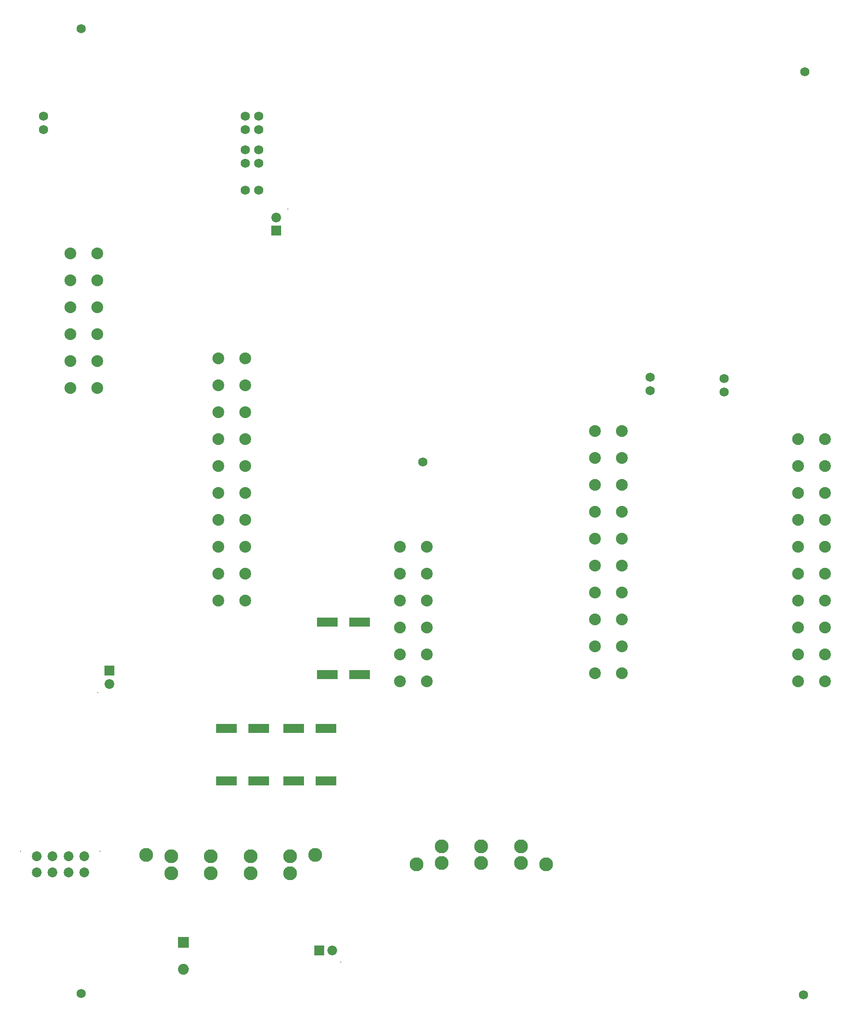
<source format=gts>
G04 Layer_Color=8388736*
%FSLAX24Y24*%
%MOIN*%
G70*
G01*
G75*
%ADD31R,0.1580X0.0700*%
%ADD32C,0.0680*%
%ADD33R,0.0808X0.0808*%
%ADD34C,0.0808*%
%ADD35C,0.0879*%
%ADD36C,0.1030*%
%ADD37C,0.0080*%
%ADD38C,0.0724*%
%ADD39R,0.0724X0.0724*%
%ADD40C,0.0730*%
%ADD41R,0.0724X0.0724*%
D31*
X28110Y35900D02*
D03*
Y32000D02*
D03*
X30500D02*
D03*
Y35900D02*
D03*
X23000Y28000D02*
D03*
Y24100D02*
D03*
X20610D02*
D03*
Y28000D02*
D03*
X25610D02*
D03*
Y24100D02*
D03*
X28000D02*
D03*
Y28000D02*
D03*
D32*
X35200Y47800D02*
D03*
X63600Y76800D02*
D03*
X9800Y80000D02*
D03*
X63500Y8200D02*
D03*
X9800Y8300D02*
D03*
X7000Y73500D02*
D03*
Y72500D02*
D03*
X23000Y70000D02*
D03*
X22000D02*
D03*
X23000Y71000D02*
D03*
X22000D02*
D03*
X23000Y72500D02*
D03*
X22000D02*
D03*
X23000Y73500D02*
D03*
X22000D02*
D03*
X23000Y68000D02*
D03*
X22000D02*
D03*
X52100Y53100D02*
D03*
Y54100D02*
D03*
X57600Y53000D02*
D03*
Y54000D02*
D03*
D33*
X17400Y12100D02*
D03*
D34*
Y10100D02*
D03*
D35*
X63100Y49500D02*
D03*
Y47500D02*
D03*
Y45500D02*
D03*
Y43500D02*
D03*
Y41500D02*
D03*
Y39500D02*
D03*
X65100D02*
D03*
Y41500D02*
D03*
Y43500D02*
D03*
Y45500D02*
D03*
Y47500D02*
D03*
Y49500D02*
D03*
X63100Y31500D02*
D03*
X65100D02*
D03*
Y37500D02*
D03*
Y35500D02*
D03*
Y33500D02*
D03*
X63100D02*
D03*
Y35500D02*
D03*
Y37500D02*
D03*
X48000Y50100D02*
D03*
Y48100D02*
D03*
Y46100D02*
D03*
Y44100D02*
D03*
Y42100D02*
D03*
Y40100D02*
D03*
X50000D02*
D03*
Y42100D02*
D03*
Y44100D02*
D03*
Y46100D02*
D03*
Y48100D02*
D03*
Y50100D02*
D03*
X48000Y32100D02*
D03*
X50000D02*
D03*
Y38100D02*
D03*
Y36100D02*
D03*
Y34100D02*
D03*
X48000D02*
D03*
Y36100D02*
D03*
Y38100D02*
D03*
X20000Y53500D02*
D03*
Y51500D02*
D03*
X35500Y41500D02*
D03*
Y39500D02*
D03*
Y37500D02*
D03*
Y35500D02*
D03*
Y33500D02*
D03*
Y31500D02*
D03*
X33500D02*
D03*
Y33500D02*
D03*
Y35500D02*
D03*
Y37500D02*
D03*
Y39500D02*
D03*
Y41500D02*
D03*
X20000Y43500D02*
D03*
Y41500D02*
D03*
Y39500D02*
D03*
X22000D02*
D03*
Y41500D02*
D03*
Y43500D02*
D03*
Y37500D02*
D03*
X20000D02*
D03*
X22000Y55500D02*
D03*
Y53500D02*
D03*
Y51500D02*
D03*
Y49500D02*
D03*
Y47500D02*
D03*
Y45500D02*
D03*
X20000D02*
D03*
Y47500D02*
D03*
Y49500D02*
D03*
Y55500D02*
D03*
X11000Y63300D02*
D03*
Y61300D02*
D03*
Y59300D02*
D03*
Y57300D02*
D03*
Y55300D02*
D03*
Y53300D02*
D03*
X9000D02*
D03*
Y55300D02*
D03*
Y57300D02*
D03*
Y59300D02*
D03*
Y61300D02*
D03*
Y63300D02*
D03*
D36*
X14630Y18600D02*
D03*
X27220D02*
D03*
X25350Y17250D02*
D03*
X22400D02*
D03*
X19450D02*
D03*
X16500D02*
D03*
Y18500D02*
D03*
X19450D02*
D03*
X22400D02*
D03*
X25350D02*
D03*
X34730Y17900D02*
D03*
X44370D02*
D03*
X42500Y19250D02*
D03*
X39550D02*
D03*
X36600D02*
D03*
Y18000D02*
D03*
X39550D02*
D03*
X42500D02*
D03*
D37*
X29114Y10634D02*
D03*
X11220Y18870D02*
D03*
X5320D02*
D03*
X11034Y30686D02*
D03*
X25166Y66614D02*
D03*
D38*
X28484Y11500D02*
D03*
X11900Y31316D02*
D03*
X24300Y65984D02*
D03*
D39*
X27500Y11500D02*
D03*
D40*
X8860Y18500D02*
D03*
Y17320D02*
D03*
X10040D02*
D03*
X7680D02*
D03*
X6500D02*
D03*
X10040Y18500D02*
D03*
X7680D02*
D03*
X6500Y18500D02*
D03*
D41*
X11900Y32300D02*
D03*
X24300Y65000D02*
D03*
M02*

</source>
